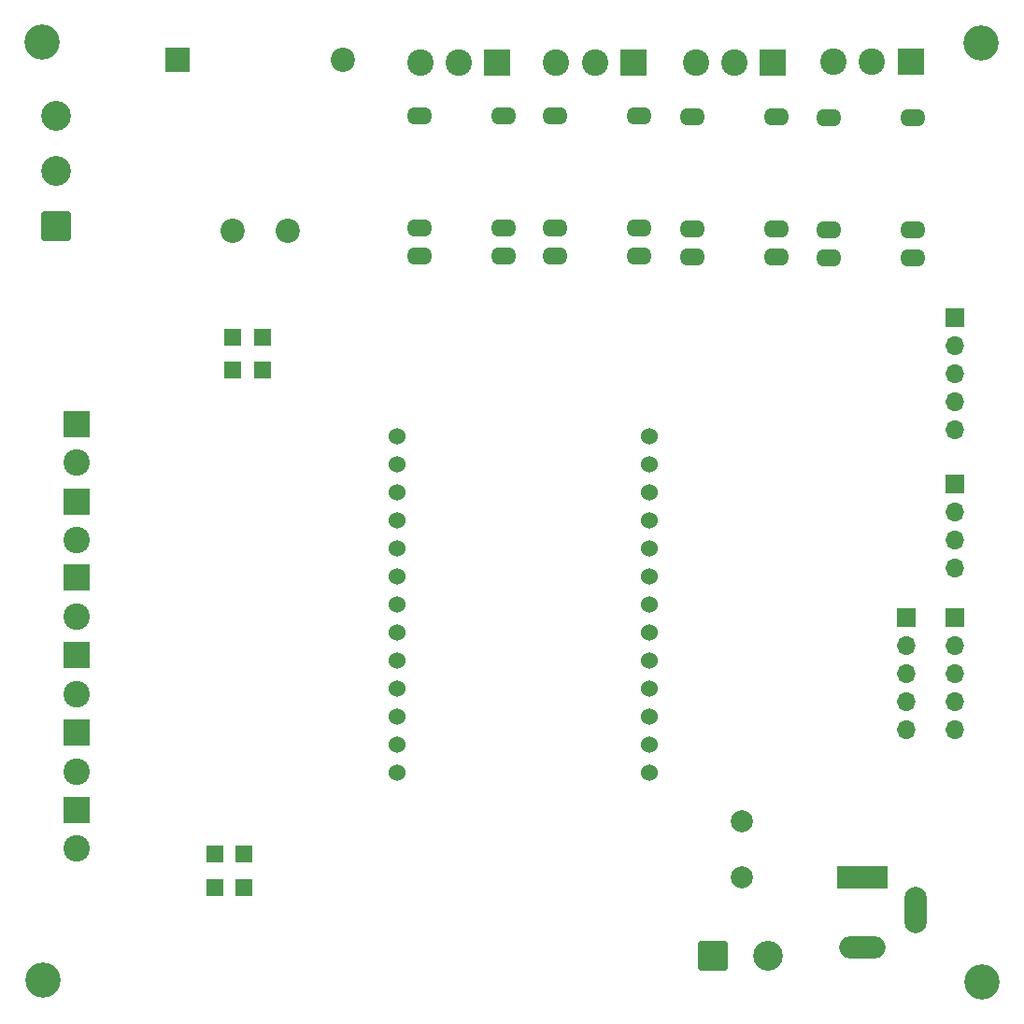
<source format=gbr>
%TF.GenerationSoftware,KiCad,Pcbnew,8.0.7-8.0.7-0~ubuntu22.04.1*%
%TF.CreationDate,2024-12-29T11:33:44+01:00*%
%TF.ProjectId,monitor_consumo,6d6f6e69-746f-4725-9f63-6f6e73756d6f,rev?*%
%TF.SameCoordinates,Original*%
%TF.FileFunction,Soldermask,Bot*%
%TF.FilePolarity,Negative*%
%FSLAX46Y46*%
G04 Gerber Fmt 4.6, Leading zero omitted, Abs format (unit mm)*
G04 Created by KiCad (PCBNEW 8.0.7-8.0.7-0~ubuntu22.04.1) date 2024-12-29 11:33:44*
%MOMM*%
%LPD*%
G01*
G04 APERTURE LIST*
G04 Aperture macros list*
%AMRoundRect*
0 Rectangle with rounded corners*
0 $1 Rounding radius*
0 $2 $3 $4 $5 $6 $7 $8 $9 X,Y pos of 4 corners*
0 Add a 4 corners polygon primitive as box body*
4,1,4,$2,$3,$4,$5,$6,$7,$8,$9,$2,$3,0*
0 Add four circle primitives for the rounded corners*
1,1,$1+$1,$2,$3*
1,1,$1+$1,$4,$5*
1,1,$1+$1,$6,$7*
1,1,$1+$1,$8,$9*
0 Add four rect primitives between the rounded corners*
20,1,$1+$1,$2,$3,$4,$5,0*
20,1,$1+$1,$4,$5,$6,$7,0*
20,1,$1+$1,$6,$7,$8,$9,0*
20,1,$1+$1,$8,$9,$2,$3,0*%
G04 Aperture macros list end*
%ADD10R,1.700000X1.700000*%
%ADD11O,1.700000X1.700000*%
%ADD12R,2.400000X2.400000*%
%ADD13C,2.400000*%
%ADD14C,2.000000*%
%ADD15C,3.200000*%
%ADD16R,1.500000X1.500000*%
%ADD17R,2.200000X2.200000*%
%ADD18C,2.200000*%
%ADD19RoundRect,0.250001X1.099999X-1.099999X1.099999X1.099999X-1.099999X1.099999X-1.099999X-1.099999X0*%
%ADD20C,2.700000*%
%ADD21O,2.300000X1.600000*%
%ADD22C,1.524000*%
%ADD23RoundRect,0.250001X-1.099999X-1.099999X1.099999X-1.099999X1.099999X1.099999X-1.099999X1.099999X0*%
%ADD24R,4.600000X2.000000*%
%ADD25O,4.200000X2.000000*%
%ADD26O,2.000000X4.200000*%
G04 APERTURE END LIST*
D10*
%TO.C,J9*%
X191150000Y-89900000D03*
D11*
X191150000Y-92440000D03*
X191150000Y-94980000D03*
X191150000Y-97520000D03*
%TD*%
D12*
%TO.C,J15*%
X111550000Y-105400000D03*
D13*
X111550000Y-108900000D03*
%TD*%
D14*
%TO.C,F1*%
X171810000Y-120470000D03*
X171800000Y-125550000D03*
%TD*%
D12*
%TO.C,J11*%
X111550000Y-84425000D03*
D13*
X111550000Y-87925000D03*
%TD*%
D12*
%TO.C,J4*%
X174625000Y-51650000D03*
D13*
X171125000Y-51650000D03*
X167625000Y-51650000D03*
%TD*%
D12*
%TO.C,J17*%
X111550000Y-119425000D03*
D13*
X111550000Y-122925000D03*
%TD*%
D15*
%TO.C,H2*%
X108500000Y-134800000D03*
%TD*%
D16*
%TO.C,TP12*%
X124100000Y-123425000D03*
%TD*%
D17*
%TO.C,T1*%
X120690000Y-51400000D03*
D18*
X135690000Y-51400000D03*
X130690000Y-66900000D03*
X125690000Y-66900000D03*
%TD*%
D16*
%TO.C,TP14*%
X124075000Y-126475000D03*
%TD*%
%TO.C,TP7*%
X128400000Y-76550000D03*
%TD*%
D19*
%TO.C,J14*%
X109650000Y-66477500D03*
D20*
X109650000Y-61477500D03*
X109650000Y-56477500D03*
%TD*%
D21*
%TO.C,K1*%
X142590000Y-56550000D03*
X142590000Y-66710000D03*
X142590000Y-69250000D03*
X150210000Y-69250000D03*
X150210000Y-66710000D03*
X150210000Y-56550000D03*
%TD*%
D22*
%TO.C,U3*%
X140570000Y-85550000D03*
X140570000Y-88090000D03*
X140570000Y-90630000D03*
X140570000Y-93170000D03*
X140570000Y-95710000D03*
X140570000Y-98250000D03*
X140570000Y-100790000D03*
X140570000Y-103330000D03*
X140570000Y-105870000D03*
X140570000Y-108410000D03*
X140570000Y-110950000D03*
X140570000Y-113490000D03*
X140570000Y-116030000D03*
X163430000Y-116030000D03*
X163430000Y-113490000D03*
X163430000Y-110950000D03*
X163430000Y-108410000D03*
X163430000Y-105870000D03*
X163430000Y-103330000D03*
X163430000Y-100790000D03*
X163430000Y-98250000D03*
X163430000Y-95710000D03*
X163430000Y-93170000D03*
X163430000Y-90630000D03*
X163430000Y-88090000D03*
X163430000Y-85550000D03*
%TD*%
D16*
%TO.C,TP18*%
X126675000Y-126475000D03*
%TD*%
%TO.C,TP3*%
X125650000Y-76550000D03*
%TD*%
D15*
%TO.C,H3*%
X193600000Y-135000000D03*
%TD*%
%TO.C,H1*%
X193500000Y-49900000D03*
%TD*%
D21*
%TO.C,K3*%
X167290000Y-56600000D03*
X167290000Y-66760000D03*
X167290000Y-69300000D03*
X174910000Y-69300000D03*
X174910000Y-66760000D03*
X174910000Y-56600000D03*
%TD*%
D12*
%TO.C,J13*%
X111550000Y-98375000D03*
D13*
X111550000Y-101875000D03*
%TD*%
D10*
%TO.C,J6*%
X191150000Y-74840000D03*
D11*
X191150000Y-77380000D03*
X191150000Y-79920000D03*
X191150000Y-82460000D03*
X191150000Y-85000000D03*
%TD*%
D21*
%TO.C,K4*%
X179690000Y-56650000D03*
X179690000Y-66810000D03*
X179690000Y-69350000D03*
X187310000Y-69350000D03*
X187310000Y-66810000D03*
X187310000Y-56650000D03*
%TD*%
D16*
%TO.C,TP2*%
X128400000Y-79550000D03*
%TD*%
D15*
%TO.C,H4*%
X108400000Y-49800000D03*
%TD*%
D12*
%TO.C,J12*%
X111550000Y-91450000D03*
D13*
X111550000Y-94950000D03*
%TD*%
D12*
%TO.C,J5*%
X187100000Y-51625000D03*
D13*
X183600000Y-51625000D03*
X180100000Y-51625000D03*
%TD*%
D10*
%TO.C,J10*%
X186700000Y-101970000D03*
D11*
X186700000Y-104510000D03*
X186700000Y-107050000D03*
X186700000Y-109590000D03*
X186700000Y-112130000D03*
%TD*%
D16*
%TO.C,TP1*%
X125650000Y-79550000D03*
%TD*%
D21*
%TO.C,K2*%
X154890000Y-56550000D03*
X154890000Y-66710000D03*
X154890000Y-69250000D03*
X162510000Y-69250000D03*
X162510000Y-66710000D03*
X162510000Y-56550000D03*
%TD*%
D10*
%TO.C,J1*%
X191150000Y-101970000D03*
D11*
X191150000Y-104510000D03*
X191150000Y-107050000D03*
X191150000Y-109590000D03*
X191150000Y-112130000D03*
%TD*%
D16*
%TO.C,TP13*%
X126700000Y-123425000D03*
%TD*%
D12*
%TO.C,J2*%
X149650000Y-51675000D03*
D13*
X146150000Y-51675000D03*
X142650000Y-51675000D03*
%TD*%
D23*
%TO.C,J7*%
X169150000Y-132650000D03*
D20*
X174150000Y-132650000D03*
%TD*%
D12*
%TO.C,J3*%
X162000000Y-51725000D03*
D13*
X158500000Y-51725000D03*
X155000000Y-51725000D03*
%TD*%
D24*
%TO.C,J8*%
X182750000Y-125550000D03*
D25*
X182750000Y-131850000D03*
D26*
X187550000Y-128450000D03*
%TD*%
D12*
%TO.C,J16*%
X111550000Y-112425000D03*
D13*
X111550000Y-115925000D03*
%TD*%
M02*

</source>
